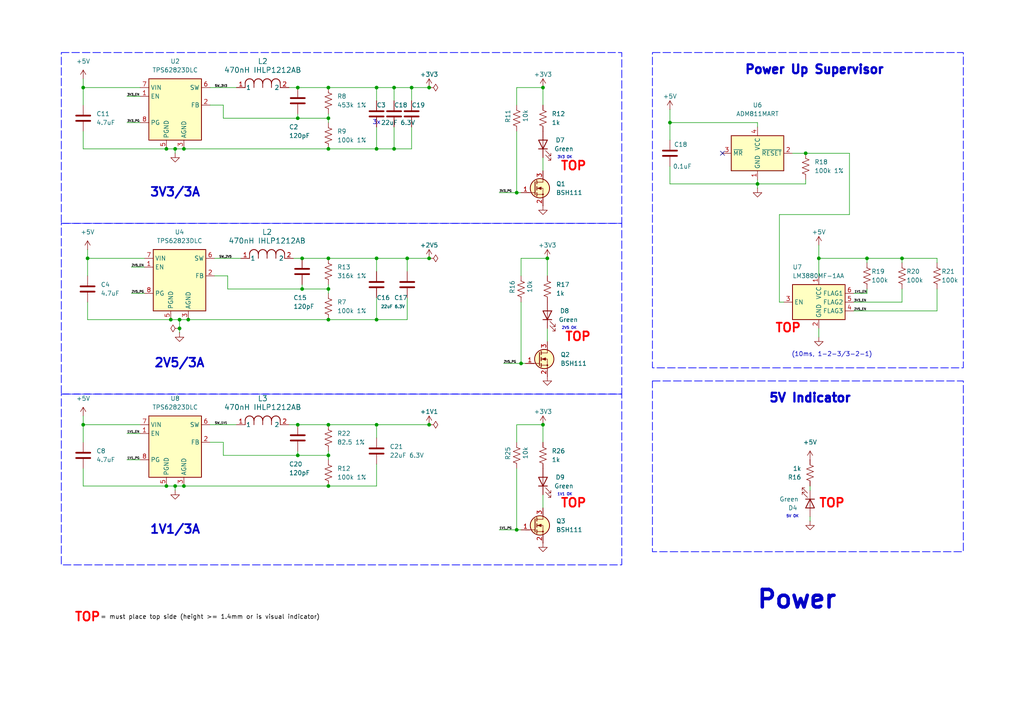
<source format=kicad_sch>
(kicad_sch (version 20231120) (generator "eeschema") (generator_version "8.0")
  (paper "A4")
  (junction (at 261.62 74.93))
  (junction (at 48.26 43.18))
  (junction (at 24.13 25.4))
  (junction (at 95.25 83.82))
  (junction (at 109.22 92.71))
  (junction (at 52.07 95.25))
  (junction (at 219.71 53.34))
  (junction (at 151.13 105.41))
  (junction (at 86.36 34.29))
  (junction (at 25.4 74.93))
  (junction (at 48.26 140.97))
  (junction (at 119.38 25.4))
  (junction (at 87.63 74.93))
  (junction (at 95.25 140.97))
  (junction (at 251.46 74.93))
  (junction (at 95.25 132.08))
  (junction (at 95.25 123.19))
  (junction (at 124.46 123.19))
  (junction (at 158.75 74.93))
  (junction (at 95.25 25.4))
  (junction (at 86.36 132.08))
  (junction (at 50.8 43.18))
  (junction (at 124.46 25.4))
  (junction (at 86.36 123.19))
  (junction (at 87.63 83.82))
  (junction (at 95.25 43.18))
  (junction (at 24.13 123.19))
  (junction (at 109.22 74.93))
  (junction (at 124.46 74.93))
  (junction (at 157.48 123.19))
  (junction (at 157.48 25.4))
  (junction (at 109.22 43.18))
  (junction (at 50.8 140.97))
  (junction (at 114.3 25.4))
  (junction (at 237.49 74.93))
  (junction (at 53.34 140.97))
  (junction (at 54.61 92.71))
  (junction (at 95.25 34.29))
  (junction (at 109.22 123.19))
  (junction (at 118.11 74.93))
  (junction (at 149.86 55.88))
  (junction (at 95.25 92.71))
  (junction (at 233.68 44.45))
  (junction (at 109.22 25.4))
  (junction (at 86.36 25.4))
  (junction (at 52.07 92.71))
  (junction (at 53.34 43.18))
  (junction (at 149.86 153.67))
  (junction (at 194.31 35.56))
  (junction (at 114.3 43.18))
  (junction (at 95.25 74.93))
  (junction (at 49.53 92.71))
  (no_connect (at 209.55 44.45))
  (wire (pts (xy 48.26 140.97) (xy 50.8 140.97)))
  (wire (pts (xy 50.8 140.97) (xy 53.34 140.97)))
  (wire (pts (xy 234.95 149.86) (xy 234.95 151.13)))
  (wire (pts (xy 24.13 43.18) (xy 48.26 43.18)))
  (wire (pts (xy 261.62 74.93) (xy 271.78 74.93)))
  (wire (pts (xy 149.86 25.4) (xy 157.48 25.4)))
  (wire (pts (xy 87.63 82.55) (xy 87.63 83.82)))
  (wire (pts (xy 149.86 135.89) (xy 149.86 153.67)))
  (wire (pts (xy 149.86 123.19) (xy 157.48 123.19)))
  (wire (pts (xy 194.31 53.34) (xy 219.71 53.34)))
  (wire (pts (xy 234.95 142.24) (xy 234.95 140.97)))
  (wire (pts (xy 226.06 87.63) (xy 227.33 87.63)))
  (wire (pts (xy 119.38 36.83) (xy 119.38 43.18)))
  (wire (pts (xy 246.38 62.23) (xy 226.06 62.23)))
  (wire (pts (xy 158.75 74.93) (xy 158.75 80.01)))
  (wire (pts (xy 24.13 43.18) (xy 24.13 38.1)))
  (wire (pts (xy 109.22 25.4) (xy 109.22 29.21)))
  (wire (pts (xy 151.13 105.41) (xy 152.4 105.41)))
  (wire (pts (xy 157.48 25.4) (xy 157.48 30.48)))
  (wire (pts (xy 24.13 123.19) (xy 24.13 128.27)))
  (wire (pts (xy 87.63 83.82) (xy 95.25 83.82)))
  (wire (pts (xy 60.96 128.27) (xy 64.77 128.27)))
  (wire (pts (xy 114.3 25.4) (xy 114.3 29.21)))
  (wire (pts (xy 60.96 30.48) (xy 64.77 30.48)))
  (wire (pts (xy 114.3 25.4) (xy 119.38 25.4)))
  (wire (pts (xy 219.71 53.34) (xy 219.71 52.07)))
  (wire (pts (xy 109.22 92.71) (xy 118.11 92.71)))
  (wire (pts (xy 24.13 22.86) (xy 24.13 25.4)))
  (wire (pts (xy 64.77 30.48) (xy 64.77 34.29)))
  (wire (pts (xy 64.77 132.08) (xy 86.36 132.08)))
  (wire (pts (xy 95.25 33.02) (xy 95.25 34.29)))
  (wire (pts (xy 54.61 92.71) (xy 95.25 92.71)))
  (wire (pts (xy 219.71 54.61) (xy 219.71 53.34)))
  (wire (pts (xy 64.77 34.29) (xy 86.36 34.29)))
  (wire (pts (xy 25.4 92.71) (xy 49.53 92.71)))
  (wire (pts (xy 251.46 74.93) (xy 251.46 76.2)))
  (wire (pts (xy 109.22 123.19) (xy 109.22 127)))
  (wire (pts (xy 95.25 140.97) (xy 109.22 140.97)))
  (wire (pts (xy 151.13 87.63) (xy 151.13 105.41)))
  (wire (pts (xy 271.78 74.93) (xy 271.78 76.2)))
  (wire (pts (xy 109.22 43.18) (xy 114.3 43.18)))
  (wire (pts (xy 86.36 25.4) (xy 95.25 25.4)))
  (wire (pts (xy 95.25 85.09) (xy 95.25 83.82)))
  (wire (pts (xy 151.13 74.93) (xy 151.13 80.01)))
  (wire (pts (xy 36.83 125.73) (xy 40.64 125.73)))
  (wire (pts (xy 109.22 86.36) (xy 109.22 92.71)))
  (wire (pts (xy 151.13 74.93) (xy 158.75 74.93)))
  (wire (pts (xy 25.4 74.93) (xy 41.91 74.93)))
  (wire (pts (xy 119.38 25.4) (xy 124.46 25.4)))
  (wire (pts (xy 68.58 25.4) (xy 60.96 25.4)))
  (wire (pts (xy 86.36 34.29) (xy 95.25 34.29)))
  (wire (pts (xy 62.23 80.01) (xy 66.04 80.01)))
  (wire (pts (xy 194.31 40.64) (xy 194.31 35.56)))
  (wire (pts (xy 52.07 95.25) (xy 52.07 92.71)))
  (wire (pts (xy 261.62 87.63) (xy 261.62 83.82)))
  (wire (pts (xy 157.48 123.19) (xy 157.48 128.27)))
  (wire (pts (xy 86.36 132.08) (xy 95.25 132.08)))
  (wire (pts (xy 48.26 43.18) (xy 50.8 43.18)))
  (wire (pts (xy 86.36 123.19) (xy 95.25 123.19)))
  (wire (pts (xy 146.05 105.41) (xy 151.13 105.41)))
  (wire (pts (xy 109.22 134.62) (xy 109.22 140.97)))
  (wire (pts (xy 36.83 27.94) (xy 40.64 27.94)))
  (wire (pts (xy 118.11 74.93) (xy 124.46 74.93)))
  (wire (pts (xy 24.13 120.65) (xy 24.13 123.19)))
  (wire (pts (xy 118.11 86.36) (xy 118.11 92.71)))
  (wire (pts (xy 86.36 33.02) (xy 86.36 34.29)))
  (wire (pts (xy 226.06 62.23) (xy 226.06 87.63)))
  (wire (pts (xy 109.22 25.4) (xy 114.3 25.4)))
  (wire (pts (xy 149.86 123.19) (xy 149.86 128.27)))
  (wire (pts (xy 144.78 55.88) (xy 149.86 55.88)))
  (wire (pts (xy 86.36 123.19) (xy 83.82 123.19)))
  (wire (pts (xy 66.04 80.01) (xy 66.04 83.82)))
  (wire (pts (xy 24.13 25.4) (xy 40.64 25.4)))
  (wire (pts (xy 25.4 92.71) (xy 25.4 87.63)))
  (wire (pts (xy 66.04 83.82) (xy 87.63 83.82)))
  (wire (pts (xy 50.8 142.24) (xy 50.8 140.97)))
  (wire (pts (xy 271.78 90.17) (xy 271.78 83.82)))
  (wire (pts (xy 219.71 35.56) (xy 219.71 36.83)))
  (wire (pts (xy 251.46 74.93) (xy 261.62 74.93)))
  (wire (pts (xy 233.68 44.45) (xy 246.38 44.45)))
  (wire (pts (xy 69.85 74.93) (xy 62.23 74.93)))
  (wire (pts (xy 38.1 85.09) (xy 41.91 85.09)))
  (wire (pts (xy 247.65 87.63) (xy 261.62 87.63)))
  (wire (pts (xy 53.34 140.97) (xy 95.25 140.97)))
  (wire (pts (xy 95.25 43.18) (xy 109.22 43.18)))
  (wire (pts (xy 219.71 53.34) (xy 233.68 53.34)))
  (wire (pts (xy 24.13 140.97) (xy 48.26 140.97)))
  (wire (pts (xy 157.48 147.32) (xy 157.48 143.51)))
  (wire (pts (xy 83.82 25.4) (xy 86.36 25.4)))
  (wire (pts (xy 95.25 25.4) (xy 109.22 25.4)))
  (wire (pts (xy 49.53 92.71) (xy 52.07 92.71)))
  (wire (pts (xy 114.3 36.83) (xy 114.3 43.18)))
  (wire (pts (xy 24.13 140.97) (xy 24.13 135.89)))
  (wire (pts (xy 50.8 44.45) (xy 50.8 43.18)))
  (wire (pts (xy 119.38 25.4) (xy 119.38 29.21)))
  (wire (pts (xy 109.22 123.19) (xy 124.46 123.19)))
  (wire (pts (xy 38.1 77.47) (xy 41.91 77.47)))
  (wire (pts (xy 233.68 53.34) (xy 233.68 52.07)))
  (wire (pts (xy 251.46 85.09) (xy 247.65 85.09)))
  (wire (pts (xy 36.83 35.56) (xy 40.64 35.56)))
  (wire (pts (xy 247.65 90.17) (xy 271.78 90.17)))
  (wire (pts (xy 95.25 35.56) (xy 95.25 34.29)))
  (wire (pts (xy 25.4 72.39) (xy 25.4 74.93)))
  (wire (pts (xy 95.25 130.81) (xy 95.25 132.08)))
  (wire (pts (xy 158.75 99.06) (xy 158.75 95.25)))
  (wire (pts (xy 95.25 92.71) (xy 109.22 92.71)))
  (wire (pts (xy 233.68 44.45) (xy 229.87 44.45)))
  (wire (pts (xy 194.31 48.26) (xy 194.31 53.34)))
  (wire (pts (xy 52.07 92.71) (xy 54.61 92.71)))
  (wire (pts (xy 149.86 153.67) (xy 151.13 153.67)))
  (wire (pts (xy 194.31 31.75) (xy 194.31 35.56)))
  (wire (pts (xy 95.25 74.93) (xy 109.22 74.93)))
  (wire (pts (xy 157.48 49.53) (xy 157.48 45.72)))
  (wire (pts (xy 149.86 38.1) (xy 149.86 55.88)))
  (wire (pts (xy 109.22 74.93) (xy 118.11 74.93)))
  (wire (pts (xy 237.49 71.12) (xy 237.49 74.93)))
  (wire (pts (xy 118.11 74.93) (xy 118.11 78.74)))
  (wire (pts (xy 53.34 43.18) (xy 95.25 43.18)))
  (wire (pts (xy 86.36 130.81) (xy 86.36 132.08)))
  (wire (pts (xy 64.77 128.27) (xy 64.77 132.08)))
  (wire (pts (xy 149.86 55.88) (xy 151.13 55.88)))
  (wire (pts (xy 95.25 133.35) (xy 95.25 132.08)))
  (wire (pts (xy 237.49 74.93) (xy 237.49 80.01)))
  (wire (pts (xy 52.07 96.52) (xy 52.07 95.25)))
  (wire (pts (xy 261.62 74.93) (xy 261.62 76.2)))
  (wire (pts (xy 68.58 123.19) (xy 60.96 123.19)))
  (wire (pts (xy 87.63 74.93) (xy 85.09 74.93)))
  (wire (pts (xy 50.8 43.18) (xy 53.34 43.18)))
  (wire (pts (xy 25.4 74.93) (xy 25.4 80.01)))
  (wire (pts (xy 36.83 133.35) (xy 40.64 133.35)))
  (wire (pts (xy 149.86 25.4) (xy 149.86 30.48)))
  (wire (pts (xy 246.38 44.45) (xy 246.38 62.23)))
  (wire (pts (xy 144.78 153.67) (xy 149.86 153.67)))
  (wire (pts (xy 251.46 83.82) (xy 251.46 85.09)))
  (wire (pts (xy 109.22 36.83) (xy 109.22 43.18)))
  (wire (pts (xy 95.25 82.55) (xy 95.25 83.82)))
  (wire (pts (xy 237.49 74.93) (xy 251.46 74.93)))
  (wire (pts (xy 114.3 43.18) (xy 119.38 43.18)))
  (wire (pts (xy 194.31 35.56) (xy 219.71 35.56)))
  (wire (pts (xy 95.25 123.19) (xy 109.22 123.19)))
  (wire (pts (xy 24.13 25.4) (xy 24.13 30.48)))
  (wire (pts (xy 237.49 97.79) (xy 237.49 95.25)))
  (wire (pts (xy 109.22 74.93) (xy 109.22 78.74)))
  (wire (pts (xy 24.13 123.19) (xy 40.64 123.19)))
  (wire (pts (xy 87.63 74.93) (xy 95.25 74.93)))
  (rectangle (start 189.23 15.24) (end 279.4 106.68) (stroke (width 0.2032) (type dash) (color 0 0 255 1)))
  (rectangle (start 17.78 114.3) (end 180.34 163.83) (stroke (width 0.2032) (type dash) (color 0 0 255 1)))
  (rectangle (start 189.23 110.49) (end 279.4 160.02) (stroke (width 0.2032) (type dash) (color 0 0 255 1)))
  (rectangle (start 17.78 64.77) (end 180.34 114.3) (stroke (width 0.2032) (type dash) (color 0 0 255 1)))
  (rectangle (start 17.78 15.24) (end 180.34 64.77) (stroke (width 0.2032) (type dash) (color 0 0 255 1)))
  (text "(10ms, 1-2-3/3-2-1)" (at 241.3 102.87 0) (effects (font (size 1.27 1.27))))
  (text "2V5/3A" (at 52.07 105.41 0) (effects (font (size 2.54 2.54) (bold yes))))
  (text "TOP" (at 241.3 146.05 0) (effects (font (size 2.54 2.54) (thickness 0.508) (bold yes))))
  (text "5V Indicator" (at 234.95 115.57 0) (effects (font (size 2.54 2.54) (thickness 0.762) (bold yes))))
  (text "3x" (at 109.22 35.56 0) (effects (font (size 1.27 1.27))))
  (text "TOP" (at 166.37 48.26 0) (effects (font (size 2.54 2.54) (thickness 0.508) (bold yes))))
  (text "3V3 OK" (at 163.83 45.72 0) (effects (font (size 0.762 0.762) (bold yes))))
  (text "TOP" (at 166.37 146.05 0) (effects (font (size 2.54 2.54) (thickness 0.508) (bold yes))))
  (text "5V OK" (at 229.87 149.86 0) (effects (font (size 0.762 0.762) (bold yes))))
  (text "3V3/3A" (at 50.8 55.88 0) (effects (font (size 2.54 2.54) (bold yes))))
  (text "Power" (at 231.14 173.99 0) (effects (font (size 5.08 5.08) (bold yes))))
  (text "TOP" (at 228.6 95.25 0) (effects (font (size 2.54 2.54) (thickness 0.508) (bold yes))))
  (text "TOP" (at 167.64 97.79 0) (effects (font (size 2.54 2.54) (thickness 0.508) (bold yes))))
  (text "Power Up Supervisor" (at 236.22 20.32 0) (effects (font (size 2.54 2.54) (thickness 0.762) (bold yes))))
  (text "2V5 OK" (at 165.1 95.25 0) (effects (font (size 0.762 0.762) (bold yes))))
  (text "= must place top side (height >= 1.4mm or is visual indicator)" (at 60.96 179.07 0) (effects (font (size 1.27 1.27))))
  (text "1V1 OK" (at 163.83 143.51 0) (effects (font (size 0.762 0.762) (bold yes))))
  (text "TOP" (at 25.4 179.07 0) (effects (font (size 2.54 2.54) (thickness 0.508) (bold yes))))
  (text "1V1/3A" (at 50.8 153.67 0) (effects (font (size 2.54 2.54) (bold yes))))
  (label "SW_3V3" (at 62.23 25.4 0) (effects (font (size 0.635 0.635))))
  (label "3V3_EN" (at 247.65 87.63 0) (effects (font (size 0.635 0.635))))
  (label "3V3_EN" (at 36.83 27.94 0) (effects (font (size 0.635 0.635))))
  (label "2V5_PG" (at 146.05 105.41 0) (effects (font (size 0.635 0.635))))
  (label "SW_2V5" (at 63.5 74.93 0) (effects (font (size 0.635 0.635))))
  (label "1V1_PG" (at 144.78 153.67 0) (effects (font (size 0.635 0.635))))
  (label "2V5_PG" (at 38.1 85.09 0) (effects (font (size 0.635 0.635))))
  (label "3V3_PG" (at 144.78 55.88 0) (effects (font (size 0.635 0.635))))
  (label "1V1_EN" (at 36.83 125.73 0) (effects (font (size 0.635 0.635))))
  (label "3V3_PG" (at 36.83 35.56 0) (effects (font (size 0.635 0.635))))
  (label "2V5_EN" (at 247.65 90.17 0) (effects (font (size 0.635 0.635))))
  (label "1V1_PG" (at 36.83 133.35 0) (effects (font (size 0.635 0.635))))
  (label "SW_1V1" (at 62.23 123.19 0) (effects (font (size 0.635 0.635))))
  (label "1V1_EN" (at 251.46 85.09 180) (effects (font (size 0.635 0.635))))
  (label "2V5_EN" (at 38.1 77.47 0) (effects (font (size 0.635 0.635))))
  (symbol (lib_id "Device:R_US") (at 233.68 48.26 0) (unit 1)
    (property "Reference" "R18" (at 236.22 46.9899 0) (effects (justify left)))
    (property "Value" "100k 1%" (at 236.22 49.5299 0) (effects (justify left)))
    (property "Footprint" "PCM_Resistor_SMD_AKL:R_0603_1608Metric_Pad0.98x0.95mm_HandSolder" (effects (hide yes)))
    (property "Datasheet" "https://www.yageo.com/upload/media/product/products/datasheet/rchip/PYu-RC_Group_51_RoHS_L_12.pdf" (effects (hide yes)))
    (property "Description" "RES 100K OHM 1% 1/10W 0603" (effects (hide yes)))
    (property "Mfgr" "YAGEO" (effects (hide yes)))
    (property "MPN" "RC0603FR-07100KL" (effects (hide yes)))
    (property "Digikey" "https://www.digikey.com/en/products/detail/yageo/RC0603FR-07100KL/726889" (effects (hide yes)))
    (instances (project "psu" (path "" (reference "R18") (unit 1))) (project "cm" (path "" (reference "R17") (unit 1))))
  )
  (symbol (lib_id "power:+5V") (at 194.31 31.75 0) (unit 1)
    (property "Reference" "#PWR03" (effects (hide yes)))
    (property "Value" "+5V" (at 194.31 27.94 0))
    (property "Description" "Power symbol creates a global label with name \"+5V\"" (effects (hide yes)))
  )
  (symbol (lib_id "PCM_Transistor_MOSFET_AKL:BSH111") (at 156.21 104.14 0) (unit 1)
    (property "Reference" "Q2" (at 162.56 102.8699 0) (effects (justify left)))
    (property "Value" "BSH111" (at 162.56 105.4099 0) (effects (justify left)))
    (property "Footprint" "PCM_Package_TO_SOT_SMD_AKL:SOT-23" (effects (hide yes)))
    (property "Datasheet" "https://assets.nexperia.com/documents/data-sheet/BSH111BK.pdf" (effects (hide yes)))
    (property "Description" "SOT-23 N-MOSFET enchancement mode transistor, 55V, 210mA, 302mW, Alternate KiCAD Library" (effects (hide yes)))
    (property "MPN" "BSH111BKR" (effects (hide yes)))
    (property "Mfgr" "Nexperia" (effects (hide yes)))
    (property "Digikey" "https://www.digikey.com/en/products/detail/nexperia-usa-inc/BSH111BKR/5423826" (effects (hide yes)))
  )
  (symbol (lib_id "power:GND") (at 52.07 96.52 0) (unit 1)
    (property "Reference" "#PWR024" (effects (hide yes)))
    (property "Value" "GND" (effects (hide yes)))
    (property "Description" "Power symbol creates a global label with name \"GND\" , ground" (effects (hide yes)))
  )
  (symbol (lib_id "Device:C") (at 24.13 34.29 0) (unit 1)
    (property "Reference" "C11" (at 27.94 33.0199 0) (effects (justify left)))
    (property "Value" "4.7uF" (at 27.94 35.5599 0) (effects (justify left)))
    (property "Footprint" "C1608X6S1C475K080AC:CAP_1608_TDK-L" (effects (hide yes)))
    (property "Datasheet" "https://product.tdk.com/system/files/dam/doc/product/capacitor/ceramic/mlcc/catalog/mlcc_commercial_general_en.pdf" (effects (hide yes)))
    (property "Description" "CAP CER 4.7UF 16V X6S 0603" (effects (hide yes)))
    (property "Digikey" "https://www.digikey.com/en/products/detail/tdk-corporation/C1608X6S1C475K080AC/3661574" (effects (hide yes)))
    (property "MPN" "C1608X6S1C475K080AC" (effects (hide yes)))
    (property "Mfgr" "TDK Corporation" (effects (hide yes)))
    (instances (project "psu" (path "" (reference "C11") (unit 1))) (project "cm" (path "" (reference "C1") (unit 1))))
  )
  (symbol (lib_id "power:GND") (at 158.75 109.22 0) (unit 1)
    (property "Reference" "#PWR026" (effects (hide yes)))
    (property "Value" "GND" (effects (hide yes)))
    (property "Description" "Power symbol creates a global label with name \"GND\" , ground" (effects (hide yes)))
  )
  (symbol (lib_id "power:+3V3") (at 124.46 25.4 0) (unit 1)
    (property "Reference" "#PWR017" (effects (hide yes)))
    (property "Value" "+3V3" (at 124.46 21.59 0))
    (property "Description" "Power symbol creates a global label with name \"+3V3\"" (effects (hide yes)))
  )
  (symbol (lib_id "power:+3V3") (at 157.48 123.19 0) (unit 1)
    (property "Reference" "#PWR038" (effects (hide yes)))
    (property "Value" "+3V3" (at 157.48 119.38 0))
    (property "Description" "Power symbol creates a global label with name \"+3V3\"" (effects (hide yes)))
  )
  (symbol (lib_id "Device:R_US") (at 95.25 88.9 0) (unit 1)
    (property "Reference" "R7" (at 97.79 87.6299 0) (effects (justify left)))
    (property "Value" "100k 1%" (at 97.79 90.1699 0) (effects (justify left)))
    (property "Footprint" "PCM_Resistor_SMD_AKL:R_0603_1608Metric_Pad1.05x0.95mm_HandSolder" (effects (hide yes)))
    (property "Datasheet" "https://www.yageo.com/upload/media/product/products/datasheet/rchip/PYu-RC_Group_51_RoHS_L_12.pdf" (effects (hide yes)))
    (property "Description" "RES 100K OHM 1% 1/10W 0603" (effects (hide yes)))
    (property "Digikey" "https://www.digikey.com/en/products/detail/yageo/RC0603FR-07100KL/726889" (effects (hide yes)))
    (property "MPN" "RC0603FR-07100KL" (effects (hide yes)))
    (property "Mfgr" "YAGEO" (effects (hide yes)))
  )
  (symbol (lib_id "IHLP1212AEERR47M11:IHLP1212AEERR47M11") (at 83.82 25.4 0) (mirror y) (unit 1)
    (property "Reference" "L2" (at 76.2 17.78 0) (effects (font (size 1.524 1.524))))
    (property "Value" "470nH IHLP1212AB" (at 76.2 20.32 0) (effects (font (size 1.524 1.524))))
    (property "Footprint" "IHLP1212ABERR47M11:IND_IHLP-1212AB_VIS-L" (effects (hide yes)))
    (property "Datasheet" "https://www.vishay.com/docs/34299/lp12ab11.pdf" (effects (hide yes)))
    (property "Description" "FIXED IND 470NH 6.4A 19.5MOHM SMD" (effects (hide yes)))
    (property "Digikey" "https://www.digikey.com/en/products/detail/vishay-dale/IHLP1212ABERR47M11/2533920" (effects (hide yes)))
    (property "Mfgr" "Vishay Dale" (effects (hide yes)))
    (property "MPN" "IHLP1212ABERR47M11" (effects (hide yes)))
    (instances (project "psu" (path "" (reference "L2") (unit 1))) (project "cm" (path "" (reference "L1") (unit 1))))
  )
  (symbol (lib_id "power:GND") (at 219.71 54.61 0) (unit 1)
    (property "Reference" "#PWR032" (effects (hide yes)))
    (property "Value" "GND" (effects (hide yes)))
    (property "Description" "Power symbol creates a global label with name \"GND\" , ground" (effects (hide yes)))
  )
  (symbol (lib_id "Device:C") (at 114.3 33.02 0) (unit 1)
    (property "Reference" "C18" (at 114.3 30.48 0) (effects (justify left)))
    (property "Value" "22uF 6.3V" (effects (hide yes)))
    (property "Footprint" "GRM188R60J226MEA0D:G-188_MUR-L" (effects (hide yes)))
    (property "Datasheet" "https://search.murata.co.jp/Ceramy/image/img/A01X/G101/ENG/GRM188R60J226MEA0-01.pdf" (effects (hide yes)))
    (property "Description" "CAP CER 22UF 6.3V X5R 0603" (effects (hide yes)))
    (property "Digikey" "https://www.digikey.com/en/products/detail/murata-electronics/GRM188R60J226MEA0D/4280542" (effects (hide yes)))
    (property "MPN" "GRM188R60J226MEA0D" (effects (hide yes)))
    (property "Mfgr" "Murata Electronics" (effects (hide yes)))
  )
  (symbol (lib_id "Device:C") (at 87.63 78.74 0) (unit 1)
    (property "Reference" "C15" (at 85.09 86.36 0) (effects (justify left)))
    (property "Value" "120pF" (at 85.09 88.9 0) (effects (justify left)))
    (property "Footprint" "GRM1885C1H121JA01D:G-188_MUR-L" (effects (hide yes)))
    (property "Datasheet" "https://search.murata.co.jp/Ceramy/image/img/A01X/G101/ENG/GRM1885C1H121JA01-01.pdf" (effects (hide yes)))
    (property "Description" "CAP CER 120PF 50V C0G/NP0 0603" (effects (hide yes)))
    (property "Digikey" "https://www.digikey.com/en/products/detail/murata-electronics/GRM1885C1H121JA01D/586936" (effects (hide yes)))
    (property "MPN" "GRM1885C1H121JA01D" (effects (hide yes)))
    (property "Mfgr" "Murata" (effects (hide yes)))
    (instances (project "psu" (path "" (reference "C15") (unit 1))) (project "cm" (path "" (reference "C5") (unit 1))))
  )
  (symbol (lib_id "PCM_Transistor_MOSFET_AKL:BSH111") (at 154.94 152.4 0) (unit 1)
    (property "Reference" "Q3" (at 161.29 151.1299 0) (effects (justify left)))
    (property "Value" "BSH111" (at 161.29 153.6699 0) (effects (justify left)))
    (property "Footprint" "PCM_Package_TO_SOT_SMD_AKL:SOT-23" (effects (hide yes)))
    (property "Datasheet" "https://assets.nexperia.com/documents/data-sheet/BSH111BK.pdf" (effects (hide yes)))
    (property "Description" "SOT-23 N-MOSFET enchancement mode transistor, 55V, 210mA, 302mW, Alternate KiCAD Library" (effects (hide yes)))
    (property "MPN" "BSH111BKR" (effects (hide yes)))
    (property "Mfgr" "Nexperia" (effects (hide yes)))
    (property "Digikey" "https://www.digikey.com/en/products/detail/nexperia-usa-inc/BSH111BKR/5423826" (effects (hide yes)))
  )
  (symbol (lib_id "Power_Supervisor:MAX811MEUS-T") (at 219.71 44.45 0) (unit 1)
    (property "Reference" "U6" (at 219.71 30.48 0))
    (property "Value" "ADM811MART" (at 219.71 33.02 0))
    (property "Footprint" "Package_TO_SOT_SMD:SOT-143" (effects (hide yes)))
    (property "Datasheet" "https://www.analog.com/media/en/technical-documentation/data-sheets/ADM811_812.pdf" (effects (hide yes)))
    (property "Description" "Power supply supervisor, Manual reset, Threshold 4.38V, SOT-143" (effects (hide yes)))
    (property "MPN" "ADM811MARTZ-REEL7" (effects (hide yes)))
    (property "Mfgr" "Analog Devices" (effects (hide yes)))
    (property "Digikey" "https://www.digikey.com/en/products/detail/analog-devices-inc/ADM811MARTZ-REEL7/995012" (effects (hide yes)))
    (instances (project "psu" (path "" (reference "U6") (unit 1))) (project "cm" (path "" (reference "U7") (unit 1))))
  )
  (symbol (lib_id "Device:R_US") (at 95.25 137.16 0) (unit 1)
    (property "Reference" "R12" (at 97.79 135.8899 0) (effects (justify left)))
    (property "Value" "100k 1%" (at 97.79 138.4299 0) (effects (justify left)))
    (property "Footprint" "PCM_Resistor_SMD_AKL:R_0603_1608Metric_Pad1.05x0.95mm_HandSolder" (effects (hide yes)))
    (property "Datasheet" "https://www.yageo.com/upload/media/product/products/datasheet/rchip/PYu-RC_Group_51_RoHS_L_12.pdf" (effects (hide yes)))
    (property "Description" "RES 100K OHM 1% 1/10W 0603" (effects (hide yes)))
    (property "Digikey" "https://www.digikey.com/en/products/detail/yageo/RC0603FR-07100KL/726889" (effects (hide yes)))
    (property "MPN" "RC0603FR-07100KL" (effects (hide yes)))
    (property "Mfgr" "YAGEO" (effects (hide yes)))
  )
  (symbol (lib_id "power:+3V3") (at 158.75 74.93 0) (unit 1)
    (property "Reference" "#PWR025" (effects (hide yes)))
    (property "Value" "+3V3" (at 158.75 71.12 0))
    (property "Description" "Power symbol creates a global label with name \"+3V3\"" (effects (hide yes)))
  )
  (symbol (lib_id "power:+5V") (at 234.95 133.35 0) (unit 1)
    (property "Reference" "#PWR01" (effects (hide yes)))
    (property "Value" "+5V" (at 234.95 128.27 0))
    (property "Description" "Power symbol creates a global label with name \"+5V\"" (effects (hide yes)))
  )
  (symbol (lib_id "Regulator_Switching:TPS62823DLC") (at 52.07 82.55 0) (unit 1)
    (property "Reference" "U4" (at 52.07 67.31 0))
    (property "Value" "TPS62823DLC" (at 52.07 69.85 0))
    (property "Footprint" "Package_SON:Texas_VSON-HR-8_1.5x2mm_P0.5mm" (effects (hide yes)))
    (property "Datasheet" "http://www.ti.com/lit/ds/symlink/tps62823.pdf" (effects (hide yes)))
    (property "Description" "3A Step-Down Converter with DCS-Control, adjustable output, 2.4-5.5V input voltage, QFN-8" (effects (hide yes)))
    (property "Digikey" "https://www.digikey.com/en/products/detail/texas-instruments/TPS62823DLCR/9593382" (effects (hide yes)))
    (property "Mfgr" "Texas Instruments" (effects (hide yes)))
    (property "MPN" "TPS62823DLCR" (effects (hide yes)))
    (instances (project "psu" (path "" (reference "U4") (unit 1))) (project "cm" (path "" (reference "U3") (unit 1))))
  )
  (symbol (lib_id "Device:R_US") (at 158.75 83.82 180) (unit 1)
    (property "Reference" "R17" (at 161.29 82.5499 0) (effects (justify right)))
    (property "Value" "1k" (at 161.29 85.0899 0) (effects (justify right)))
    (property "Footprint" "PCM_Resistor_SMD_AKL:R_0603_1608Metric_Pad1.05x0.95mm_HandSolder" (effects (hide yes)))
    (property "Datasheet" "https://www.yageo.com/upload/media/product/products/datasheet/rchip/PYu-RC_Group_51_RoHS_L_12.pdf" (effects (hide yes)))
    (property "Description" "Resistor, US symbol" (effects (hide yes)))
    (property "Digikey" "https://www.digikey.com/en/products/detail/yageo/RC0603FR-071KL/726843" (effects (hide yes)))
    (property "Mfgr" "YAGEO" (effects (hide yes)))
    (property "MPN" "RC0603FR-071KL" (effects (hide yes)))
    (instances (project "psu" (path "" (reference "R17") (unit 1))) (project "cm" (path "" (reference "R10") (unit 1))))
  )
  (symbol (lib_id "Regulator_Switching:TPS62823DLC") (at 50.8 130.81 0) (unit 1)
    (property "Reference" "U8" (at 50.8 115.57 0))
    (property "Value" "TPS62823DLC" (at 50.8 118.11 0))
    (property "Footprint" "Package_SON:Texas_VSON-HR-8_1.5x2mm_P0.5mm" (effects (hide yes)))
    (property "Datasheet" "http://www.ti.com/lit/ds/symlink/tps62823.pdf" (effects (hide yes)))
    (property "Description" "3A Step-Down Converter with DCS-Control, adjustable output, 2.4-5.5V input voltage, QFN-8" (effects (hide yes)))
    (property "Digikey" "https://www.digikey.com/en/products/detail/texas-instruments/TPS62823DLCR/9593382" (effects (hide yes)))
    (property "Mfgr" "Texas Instruments" (effects (hide yes)))
    (property "MPN" "TPS62823DLCR" (effects (hide yes)))
    (instances (project "psu" (path "" (reference "U8") (unit 1))) (project "cm" (path "" (reference "U5") (unit 1))))
  )
  (symbol (lib_id "PCM_4ms_Power-symbol:PWR_FLAG") (at 124.46 25.4 270) (unit 1)
    (property "Reference" "#FLG07" (effects (hide yes)))
    (property "Value" "PWR_FLAG" (effects (hide yes)))
  )
  (symbol (lib_id "PCM_Transistor_MOSFET_AKL:BSH111") (at 154.94 54.61 0) (unit 1)
    (property "Reference" "Q1" (at 161.29 53.3399 0) (effects (justify left)))
    (property "Value" "BSH111" (at 161.29 55.8799 0) (effects (justify left)))
    (property "Footprint" "PCM_Package_TO_SOT_SMD_AKL:SOT-23" (effects (hide yes)))
    (property "Datasheet" "https://assets.nexperia.com/documents/data-sheet/BSH111BK.pdf" (effects (hide yes)))
    (property "Description" "SOT-23 N-MOSFET enchancement mode transistor, 55V, 210mA, 302mW, Alternate KiCAD Library" (effects (hide yes)))
    (property "MPN" "BSH111BKR" (effects (hide yes)))
    (property "Mfgr" "Nexperia" (effects (hide yes)))
    (property "Digikey" "https://www.digikey.com/en/products/detail/nexperia-usa-inc/BSH111BKR/5423826" (effects (hide yes)))
  )
  (symbol (lib_id "Device:C") (at 109.22 33.02 0) (unit 1)
    (property "Reference" "C3" (at 109.22 30.48 0) (effects (justify left)))
    (property "Value" "22uF 6.3V" (at 110.49 35.56 0) (effects (justify left)))
    (property "Footprint" "GRM188R60J226MEA0D:G-188_MUR-L" (effects (hide yes)))
    (property "Datasheet" "https://search.murata.co.jp/Ceramy/image/img/A01X/G101/ENG/GRM188R60J226MEA0-01.pdf" (effects (hide yes)))
    (property "Description" "CAP CER 22UF 6.3V X5R 0603" (effects (hide yes)))
    (property "Digikey" "https://www.digikey.com/en/products/detail/murata-electronics/GRM188R60J226MEA0D/4280542" (effects (hide yes)))
    (property "MPN" "GRM188R60J226MEA0D" (effects (hide yes)))
    (property "Mfgr" "Murata Electronics" (effects (hide yes)))
  )
  (symbol (lib_id "IHLP1212AEERR47M11:IHLP1212AEERR47M11") (at 83.82 123.19 0) (mirror y) (unit 1)
    (property "Reference" "L3" (at 76.2 115.57 0) (effects (font (size 1.524 1.524))))
    (property "Value" "470nH IHLP1212AB" (at 76.2 118.11 0) (effects (font (size 1.524 1.524))))
    (property "Footprint" "IHLP1212ABERR47M11:IND_IHLP-1212AB_VIS-L" (effects (hide yes)))
    (property "Datasheet" "https://www.vishay.com/docs/34299/lp12ab11.pdf" (effects (hide yes)))
    (property "Description" "FIXED IND 470NH 6.4A 19.5MOHM SMD" (effects (hide yes)))
    (property "Digikey" "https://www.digikey.com/en/products/detail/vishay-dale/IHLP1212ABERR47M11/2533920" (effects (hide yes)))
    (property "Mfgr" "Vishay Dale" (effects (hide yes)))
    (property "MPN" "IHLP1212ABERR47M11" (effects (hide yes)))
  )
  (symbol (lib_id "Device:R_US") (at 151.13 83.82 180) (unit 1)
    (property "Reference" "R16" (at 148.59 81.28 90) (effects (justify left)))
    (property "Value" "10k" (at 153.67 81.28 90) (effects (justify left)))
    (property "Footprint" "PCM_Resistor_SMD_AKL:R_0603_1608Metric_Pad1.05x0.95mm_HandSolder" (effects (hide yes)))
    (property "Datasheet" "https://www.yageo.com/upload/media/product/products/datasheet/rchip/PYu-RC_Group_51_RoHS_L_12.pdf" (effects (hide yes)))
    (property "Description" "Resistor, US symbol" (effects (hide yes)))
    (property "Digikey" "https://www.digikey.com/en/products/detail/yageo/RC0603FR-0710KL/726880" (effects (hide yes)))
    (property "Mfgr" "YAGEO" (effects (hide yes)))
    (property "MPN" "RC0603FR-0710KL" (effects (hide yes)))
    (instances (project "psu" (path "" (reference "R16") (unit 1))) (project "cm" (path "" (reference "R9") (unit 1))))
  )
  (symbol (lib_id "Device:R_US") (at 157.48 132.08 180) (unit 1)
    (property "Reference" "R26" (at 160.02 130.8099 0) (effects (justify right)))
    (property "Value" "1k" (at 160.02 133.3499 0) (effects (justify right)))
    (property "Footprint" "PCM_Resistor_SMD_AKL:R_0603_1608Metric_Pad1.05x0.95mm_HandSolder" (effects (hide yes)))
    (property "Datasheet" "https://www.yageo.com/upload/media/product/products/datasheet/rchip/PYu-RC_Group_51_RoHS_L_12.pdf" (effects (hide yes)))
    (property "Description" "Resistor, US symbol" (effects (hide yes)))
    (property "Digikey" "https://www.digikey.com/en/products/detail/yageo/RC0603FR-071KL/726843" (effects (hide yes)))
    (property "Mfgr" "YAGEO" (effects (hide yes)))
    (property "MPN" "RC0603FR-071KL" (effects (hide yes)))
    (instances (project "psu" (path "" (reference "R26") (unit 1))) (project "cm" (path "" (reference "R15") (unit 1))))
  )
  (symbol (lib_id "power:+5V") (at 24.13 22.86 0) (unit 1)
    (property "Reference" "#PWR014" (effects (hide yes)))
    (property "Value" "+5V" (at 24.13 17.78 0))
    (property "Description" "Power symbol creates a global label with name \"+5V\"" (effects (hide yes)))
  )
  (symbol (lib_id "Device:LED") (at 158.75 91.44 90) (unit 1)
    (property "Reference" "D8" (at 165.1 90.17 90) (effects (justify left)))
    (property "Value" "Green" (at 167.64 92.71 90) (effects (justify left)))
    (property "Footprint" "LED_SMD:LED_0603_1608Metric_Pad1.05x0.95mm_HandSolder" (effects (hide yes)))
    (property "Datasheet" "https://www.we-online.com/catalog/datasheet/150060VS75000.pdf" (effects (hide yes)))
    (property "Description" "Light emitting diode" (effects (hide yes)))
    (property "Digikey" "https://www.digikey.com/en/products/detail/w%C3%BCrth-elektronik/150060VS75000/4489906" (effects (hide yes)))
    (property "Mfgr" "Wurth" (effects (hide yes)))
    (property "MPN" "150060VS75000" (effects (hide yes)))
    (instances (project "psu" (path "" (reference "D8") (unit 1))) (project "cm" (path "" (reference "D2") (unit 1))))
  )
  (symbol (lib_id "Device:R_US") (at 149.86 34.29 180) (unit 1)
    (property "Reference" "R11" (at 147.32 31.75 90) (effects (justify left)))
    (property "Value" "10k" (at 152.4 31.75 90) (effects (justify left)))
    (property "Footprint" "PCM_Resistor_SMD_AKL:R_0603_1608Metric_Pad1.05x0.95mm_HandSolder" (effects (hide yes)))
    (property "Datasheet" "https://www.yageo.com/upload/media/product/products/datasheet/rchip/PYu-RC_Group_51_RoHS_L_12.pdf" (effects (hide yes)))
    (property "Description" "Resistor, US symbol" (effects (hide yes)))
    (property "Digikey" "https://www.digikey.com/en/products/detail/yageo/RC0603FR-0710KL/726880" (effects (hide yes)))
    (property "Mfgr" "YAGEO" (effects (hide yes)))
    (property "MPN" "RC0603FR-0710KL" (effects (hide yes)))
    (instances (project "psu" (path "" (reference "R11") (unit 1))) (project "cm" (path "" (reference "R4") (unit 1))))
  )
  (symbol (lib_id "power:+5V") (at 25.4 72.39 0) (unit 1)
    (property "Reference" "#PWR023" (effects (hide yes)))
    (property "Value" "+5V" (at 25.4 67.31 0))
    (property "Description" "Power symbol creates a global label with name \"+5V\"" (effects (hide yes)))
  )
  (symbol (lib_id "PCM_4ms_Power-symbol:PWR_FLAG") (at 124.46 74.93 270) (unit 1)
    (property "Reference" "#FLG09" (effects (hide yes)))
    (property "Value" "PWR_FLAG" (effects (hide yes)))
  )
  (symbol (lib_id "power:+5V") (at 237.49 71.12 0) (unit 1)
    (property "Reference" "#PWR033" (effects (hide yes)))
    (property "Value" "+5V" (at 237.49 67.31 0))
    (property "Description" "Power symbol creates a global label with name \"+5V\"" (effects (hide yes)))
  )
  (symbol (lib_id "Device:R_US") (at 149.86 132.08 180) (unit 1)
    (property "Reference" "R25" (at 147.32 129.54 90) (effects (justify left)))
    (property "Value" "10k" (at 152.4 129.54 90) (effects (justify left)))
    (property "Footprint" "PCM_Resistor_SMD_AKL:R_0603_1608Metric_Pad1.05x0.95mm_HandSolder" (effects (hide yes)))
    (property "Datasheet" "https://www.yageo.com/upload/media/product/products/datasheet/rchip/PYu-RC_Group_51_RoHS_L_12.pdf" (effects (hide yes)))
    (property "Description" "Resistor, US symbol" (effects (hide yes)))
    (property "Digikey" "https://www.digikey.com/en/products/detail/yageo/RC0603FR-0710KL/726880" (effects (hide yes)))
    (property "Mfgr" "YAGEO" (effects (hide yes)))
    (property "MPN" "RC0603FR-0710KL" (effects (hide yes)))
    (instances (project "psu" (path "" (reference "R25") (unit 1))) (project "cm" (path "" (reference "R14") (unit 1))))
  )
  (symbol (lib_id "Device:C") (at 118.11 82.55 0) (unit 1)
    (property "Reference" "C17" (at 114.3 86.36 0) (effects (justify left)))
    (property "Value" "22uF 6.3V" (effects (hide yes)))
    (property "Footprint" "GRM188R60J226MEA0D:G-188_MUR-L" (effects (hide yes)))
    (property "Datasheet" "https://search.murata.co.jp/Ceramy/image/img/A01X/G101/ENG/GRM188R60J226MEA0-01.pdf" (effects (hide yes)))
    (property "Description" "CAP CER 22UF 6.3V X5R 0603" (effects (hide yes)))
    (property "Digikey" "https://www.digikey.com/en/products/detail/murata-electronics/GRM188R60J226MEA0D/4280542" (effects (hide yes)))
    (property "MPN" "GRM188R60J226MEA0D" (effects (hide yes)))
    (property "Mfgr" "Murata Electronics" (effects (hide yes)))
    (instances (project "psu" (path "" (reference "C17") (unit 1))) (project "cm" (path "" (reference "C7") (unit 1))))
  )
  (symbol (lib_id "Device:R_US") (at 234.95 137.16 0) (unit 1)
    (property "Reference" "R16" (at 232.41 138.4301 0) (effects (justify right)))
    (property "Value" "1k" (at 232.41 135.8901 0) (effects (justify right)))
    (property "Footprint" "PCM_Resistor_SMD_AKL:R_0603_1608Metric_Pad1.05x0.95mm_HandSolder" (effects (hide yes)))
    (property "Datasheet" "https://www.yageo.com/upload/media/product/products/datasheet/rchip/PYu-RC_Group_51_RoHS_L_12.pdf" (effects (hide yes)))
    (property "Description" "Resistor, US symbol" (effects (hide yes)))
    (property "Digikey" "https://www.digikey.com/en/products/detail/yageo/RC0603FR-071KL/726843" (effects (hide yes)))
    (property "Mfgr" "YAGEO" (effects (hide yes)))
    (property "MPN" "RC0603FR-071KL" (effects (hide yes)))
  )
  (symbol (lib_id "power:GND") (at 50.8 142.24 0) (unit 1)
    (property "Reference" "#PWR036" (effects (hide yes)))
    (property "Value" "GND" (effects (hide yes)))
    (property "Description" "Power symbol creates a global label with name \"GND\" , ground" (effects (hide yes)))
  )
  (symbol (lib_id "IHLP1212AEERR47M11:IHLP1212AEERR47M11") (at 85.09 74.93 0) (mirror y) (unit 1)
    (property "Reference" "L2" (at 77.47 67.31 0) (effects (font (size 1.524 1.524))))
    (property "Value" "470nH IHLP1212AB" (at 77.47 69.85 0) (effects (font (size 1.524 1.524))))
    (property "Footprint" "IHLP1212ABERR47M11:IND_IHLP-1212AB_VIS-L" (effects (hide yes)))
    (property "Datasheet" "https://www.vishay.com/docs/34299/lp12ab11.pdf" (effects (hide yes)))
    (property "Description" "FIXED IND 470NH 6.4A 19.5MOHM SMD" (effects (hide yes)))
    (property "Digikey" "https://www.digikey.com/en/products/detail/vishay-dale/IHLP1212ABERR47M11/2533920" (effects (hide yes)))
    (property "Mfgr" "Vishay Dale" (effects (hide yes)))
    (property "MPN" "IHLP1212ABERR47M11" (effects (hide yes)))
  )
  (symbol (lib_id "PCM_4ms_Power-symbol:PWR_FLAG") (at 124.46 123.19 270) (unit 1)
    (property "Reference" "#FLG010" (effects (hide yes)))
    (property "Value" "PWR_FLAG" (effects (hide yes)))
  )
  (symbol (lib_id "Device:R_US") (at 95.25 78.74 0) (unit 1)
    (property "Reference" "R13" (at 97.79 77.4699 0) (effects (justify left)))
    (property "Value" "316k 1%" (at 97.79 80.0099 0) (effects (justify left)))
    (property "Footprint" "PCM_Resistor_SMD_AKL:R_0603_1608Metric_Pad1.05x0.95mm_HandSolder" (effects (hide yes)))
    (property "Datasheet" "https://www.yageo.com/upload/media/product/products/datasheet/rchip/PYu-RC_Group_51_RoHS_L_12.pdf" (effects (hide yes)))
    (property "Description" "RES 316K OHM 1% 1/10W 0603" (effects (hide yes)))
    (property "Digikey" "https://www.digikey.com/en/products/detail/yageo/rc0603fr-07316kl/727153" (effects (hide yes)))
    (property "MPN" "RC0603FR-07316KL" (effects (hide yes)))
    (property "Mfgr" "YAGEO" (effects (hide yes)))
    (instances (project "psu" (path "" (reference "R13") (unit 1))) (project "cm" (path "" (reference "R6") (unit 1))))
  )
  (symbol (lib_id "power:+3V3") (at 157.48 25.4 0) (unit 1)
    (property "Reference" "#PWR028" (effects (hide yes)))
    (property "Value" "+3V3" (at 157.48 21.59 0))
    (property "Description" "Power symbol creates a global label with name \"+3V3\"" (effects (hide yes)))
  )
  (symbol (lib_id "Device:R_US") (at 95.25 127 0) (unit 1)
    (property "Reference" "R22" (at 97.79 125.7299 0) (effects (justify left)))
    (property "Value" "82.5 1%" (at 97.79 128.2699 0) (effects (justify left)))
    (property "Footprint" "PCM_Resistor_SMD_AKL:R_0603_1608Metric_Pad1.05x0.95mm_HandSolder" (effects (hide yes)))
    (property "Datasheet" "https://www.yageo.com/upload/media/product/products/datasheet/rchip/PYu-RC_Group_51_RoHS_L_12.pdf" (effects (hide yes)))
    (property "Description" "RES 82.5K OHM 1% 1/10W 0603" (effects (hide yes)))
    (property "Digikey" "https://www.digikey.com/en/products/detail/yageo/rc0603fr-0782k5l/727402" (effects (hide yes)))
    (property "MPN" "RC0603FR-0782K5L" (effects (hide yes)))
    (property "Mfgr" "YAGEO" (effects (hide yes)))
    (instances (project "psu" (path "" (reference "R22") (unit 1))) (project "cm" (path "" (reference "R11") (unit 1))))
  )
  (symbol (lib_id "power:+1V1") (at 124.46 123.19 0) (unit 1)
    (property "Reference" "#PWR037" (effects (hide yes)))
    (property "Value" "+1V1" (at 124.46 119.38 0))
    (property "Description" "Power symbol creates a global label with name \"+1V1\"" (effects (hide yes)))
  )
  (symbol (lib_id "Device:R_US") (at 157.48 34.29 180) (unit 1)
    (property "Reference" "R12" (at 160.02 33.0199 0) (effects (justify right)))
    (property "Value" "1k" (at 160.02 35.5599 0) (effects (justify right)))
    (property "Footprint" "PCM_Resistor_SMD_AKL:R_0603_1608Metric_Pad1.05x0.95mm_HandSolder" (effects (hide yes)))
    (property "Datasheet" "https://www.yageo.com/upload/media/product/products/datasheet/rchip/PYu-RC_Group_51_RoHS_L_12.pdf" (effects (hide yes)))
    (property "Description" "Resistor, US symbol" (effects (hide yes)))
    (property "Digikey" "https://www.digikey.com/en/products/detail/yageo/RC0603FR-071KL/726843" (effects (hide yes)))
    (property "Mfgr" "YAGEO" (effects (hide yes)))
    (property "MPN" "RC0603FR-071KL" (effects (hide yes)))
    (instances (project "psu" (path "" (reference "R12") (unit 1))) (project "cm" (path "" (reference "R5") (unit 1))))
  )
  (symbol (lib_id "Device:C") (at 86.36 127 0) (unit 1)
    (property "Reference" "C20" (at 83.82 134.62 0) (effects (justify left)))
    (property "Value" "120pF" (at 83.82 137.16 0) (effects (justify left)))
    (property "Footprint" "GRM1885C1H121JA01D:G-188_MUR-L" (effects (hide yes)))
    (property "Datasheet" "https://search.murata.co.jp/Ceramy/image/img/A01X/G101/ENG/GRM1885C1H121JA01-01.pdf" (effects (hide yes)))
    (property "Description" "CAP CER 120PF 50V C0G/NP0 0603" (effects (hide yes)))
    (property "Digikey" "https://www.digikey.com/en/products/detail/murata-electronics/GRM1885C1H121JA01D/586936" (effects (hide yes)))
    (property "MPN" "GRM1885C1H121JA01D" (effects (hide yes)))
    (property "Mfgr" "Murata" (effects (hide yes)))
    (instances (project "psu" (path "" (reference "C20") (unit 1))) (project "cm" (path "" (reference "C9") (unit 1))))
  )
  (symbol (lib_id "power:GND") (at 50.8 44.45 0) (unit 1)
    (property "Reference" "#PWR08" (effects (hide yes)))
    (property "Value" "GND" (effects (hide yes)))
    (property "Description" "Power symbol creates a global label with name \"GND\" , ground" (effects (hide yes)))
  )
  (symbol (lib_id "power:GND") (at 234.95 151.13 0) (unit 1)
    (property "Reference" "#PWR02" (effects (hide yes)))
    (property "Value" "GND" (effects (hide yes)))
    (property "Description" "Power symbol creates a global label with name \"GND\" , ground" (effects (hide yes)))
  )
  (symbol (lib_id "power:GND") (at 157.48 59.69 0) (unit 1)
    (property "Reference" "#PWR019" (effects (hide yes)))
    (property "Value" "GND" (effects (hide yes)))
    (property "Description" "Power symbol creates a global label with name \"GND\" , ground" (effects (hide yes)))
  )
  (symbol (lib_id "Device:R_US") (at 271.78 80.01 0) (unit 1)
    (property "Reference" "R21" (at 273.05 78.7401 0) (effects (justify left)))
    (property "Value" "100k" (at 273.05 81.28 0) (effects (justify left)))
    (property "Footprint" "PCM_Resistor_SMD_AKL:R_0603_1608Metric_Pad0.98x0.95mm_HandSolder" (effects (hide yes)))
    (property "Datasheet" "https://www.yageo.com/upload/media/product/products/datasheet/rchip/PYu-RC_Group_51_RoHS_L_12.pdf" (effects (hide yes)))
    (property "Description" "RES 100K OHM 1% 1/10W 0603" (effects (hide yes)))
    (property "Mfgr" "YAGEO" (effects (hide yes)))
    (property "MPN" "RC0603FR-07100KL" (effects (hide yes)))
    (property "Digikey" "https://www.digikey.com/en/products/detail/yageo/RC0603FR-07100KL/726889" (effects (hide yes)))
    (instances (project "psu" (path "" (reference "R21") (unit 1))) (project "cm" (path "" (reference "R20") (unit 1))))
  )
  (symbol (lib_id "PCM_4ms_Power-symbol:PWR_FLAG") (at 52.07 95.25 90) (unit 1)
    (property "Reference" "#FLG02" (effects (hide yes)))
    (property "Value" "PWR_FLAG" (effects (hide yes)))
  )
  (symbol (lib_id "Device:LED") (at 234.95 146.05 270) (unit 1)
    (property "Reference" "D4" (at 228.6 147.32 90) (effects (justify left)))
    (property "Value" "Green" (at 226.06 144.78 90) (effects (justify left)))
    (property "Footprint" "LED_SMD:LED_0603_1608Metric_Pad1.05x0.95mm_HandSolder" (effects (hide yes)))
    (property "Datasheet" "https://www.we-online.com/catalog/datasheet/150060VS75000.pdf" (effects (hide yes)))
    (property "Description" "Light emitting diode" (effects (hide yes)))
    (property "Digikey" "https://www.digikey.com/en/products/detail/w%C3%BCrth-elektronik/150060VS75000/4489906" (effects (hide yes)))
    (property "Mfgr" "Wurth" (effects (hide yes)))
    (property "MPN" "150060VS75000" (effects (hide yes)))
  )
  (symbol (lib_id "Device:C") (at 86.36 29.21 0) (unit 1)
    (property "Reference" "C2" (at 83.82 36.83 0) (effects (justify left)))
    (property "Value" "120pF" (at 83.82 39.37 0) (effects (justify left)))
    (property "Footprint" "GRM1885C1H121JA01D:G-188_MUR-L" (effects (hide yes)))
    (property "Datasheet" "https://search.murata.co.jp/Ceramy/image/img/A01X/G101/ENG/GRM1885C1H121JA01-01.pdf" (effects (hide yes)))
    (property "Description" "CAP CER 120PF 50V C0G/NP0 0603" (effects (hide yes)))
    (property "Digikey" "https://www.digikey.com/en/products/detail/murata-electronics/GRM1885C1H121JA01D/586936" (effects (hide yes)))
    (property "MPN" "GRM1885C1H121JA01D" (effects (hide yes)))
    (property "Mfgr" "Murata" (effects (hide yes)))
  )
  (symbol (lib_id "power:+5V") (at 24.13 120.65 0) (unit 1)
    (property "Reference" "#PWR035" (effects (hide yes)))
    (property "Value" "+5V" (at 24.13 115.57 0))
    (property "Description" "Power symbol creates a global label with name \"+5V\"" (effects (hide yes)))
  )
  (symbol (lib_id "Power_Supervisor:LM3880") (at 237.49 87.63 0) (unit 1)
    (property "Reference" "U7" (at 229.87 77.47 0) (effects (justify left)))
    (property "Value" "LM3880MF-1AA" (at 229.87 80.01 0) (effects (justify left)))
    (property "Footprint" "Package_TO_SOT_SMD:SOT-23-6" (effects (hide yes)))
    (property "Datasheet" "http://www.ti.com/lit/ds/symlink/lm3880.pdf" (effects (hide yes)))
    (property "Description" "Simple Power Sequencer, SOT-23-6" (effects (hide yes)))
    (property "MPN" "LM3880MFX-1AA/NOPB" (effects (hide yes)))
    (property "Digikey" "https://www.digikey.com/en/products/detail/texas-instruments/LM3880MFX-1AA-NOPB/1871425" (effects (hide yes)))
    (property "Mfgr" "Texas Instruments" (effects (hide yes)))
    (instances (project "psu" (path "" (reference "U7") (unit 1))) (project "cm" (path "" (reference "U8") (unit 1))))
  )
  (symbol (lib_id "Device:C") (at 119.38 33.02 0) (unit 1)
    (property "Reference" "C19" (at 119.38 30.48 0) (effects (justify left)))
    (property "Value" "22uF 6.3V" (effects (hide yes)))
    (property "Footprint" "GRM188R60J226MEA0D:G-188_MUR-L" (effects (hide yes)))
    (property "Datasheet" "https://search.murata.co.jp/Ceramy/image/img/A01X/G101/ENG/GRM188R60J226MEA0-01.pdf" (effects (hide yes)))
    (property "Description" "CAP CER 22UF 6.3V X5R 0603" (effects (hide yes)))
    (property "Digikey" "https://www.digikey.com/en/products/detail/murata-electronics/GRM188R60J226MEA0D/4280542" (effects (hide yes)))
    (property "MPN" "GRM188R60J226MEA0D" (effects (hide yes)))
    (property "Mfgr" "Murata Electronics" (effects (hide yes)))
  )
  (symbol (lib_id "power:GND") (at 237.49 97.79 0) (unit 1)
    (property "Reference" "#PWR034" (effects (hide yes)))
    (property "Value" "GND" (effects (hide yes)))
    (property "Description" "Power symbol creates a global label with name \"GND\" , ground" (effects (hide yes)))
  )
  (symbol (lib_id "Regulator_Switching:TPS62823DLC") (at 50.8 33.02 0) (unit 1)
    (property "Reference" "U2" (at 50.8 17.78 0))
    (property "Value" "TPS62823DLC" (at 50.8 20.32 0))
    (property "Footprint" "Package_SON:Texas_VSON-HR-8_1.5x2mm_P0.5mm" (effects (hide yes)))
    (property "Datasheet" "http://www.ti.com/lit/ds/symlink/tps62823.pdf" (effects (hide yes)))
    (property "Description" "3A Step-Down Converter with DCS-Control, adjustable output, 2.4-5.5V input voltage, QFN-8" (effects (hide yes)))
    (property "Digikey" "https://www.digikey.com/en/products/detail/texas-instruments/TPS62823DLCR/9593382" (effects (hide yes)))
    (property "Mfgr" "Texas Instruments" (effects (hide yes)))
    (property "MPN" "TPS62823DLCR" (effects (hide yes)))
    (instances (project "psu" (path "" (reference "U2") (unit 1))) (project "cm" (path "" (reference "U1") (unit 1))))
  )
  (symbol (lib_id "Device:LED") (at 157.48 139.7 90) (unit 1)
    (property "Reference" "D9" (at 163.83 138.43 90) (effects (justify left)))
    (property "Value" "Green" (at 166.37 140.97 90) (effects (justify left)))
    (property "Footprint" "LED_SMD:LED_0603_1608Metric_Pad1.05x0.95mm_HandSolder" (effects (hide yes)))
    (property "Datasheet" "https://www.we-online.com/catalog/datasheet/150060VS75000.pdf" (effects (hide yes)))
    (property "Description" "Light emitting diode" (effects (hide yes)))
    (property "Digikey" "https://www.digikey.com/en/products/detail/w%C3%BCrth-elektronik/150060VS75000/4489906" (effects (hide yes)))
    (property "Mfgr" "Wurth" (effects (hide yes)))
    (property "MPN" "150060VS75000" (effects (hide yes)))
    (instances (project "psu" (path "" (reference "D9") (unit 1))) (project "cm" (path "" (reference "D3") (unit 1))))
  )
  (symbol (lib_id "Device:C") (at 24.13 132.08 0) (unit 1)
    (property "Reference" "C8" (at 27.94 130.8099 0) (effects (justify left)))
    (property "Value" "4.7uF" (at 27.94 133.3499 0) (effects (justify left)))
    (property "Footprint" "C1608X6S1C475K080AC:CAP_1608_TDK-L" (effects (hide yes)))
    (property "Datasheet" "https://product.tdk.com/system/files/dam/doc/product/capacitor/ceramic/mlcc/catalog/mlcc_commercial_general_en.pdf" (effects (hide yes)))
    (property "Description" "CAP CER 4.7UF 16V X6S 0603" (effects (hide yes)))
    (property "Digikey" "https://www.digikey.com/en/products/detail/tdk-corporation/C1608X6S1C475K080AC/3661574" (effects (hide yes)))
    (property "MPN" "C1608X6S1C475K080AC" (effects (hide yes)))
    (property "Mfgr" "TDK Corporation" (effects (hide yes)))
  )
  (symbol (lib_id "Device:R_US") (at 261.62 80.01 0) (unit 1)
    (property "Reference" "R20" (at 262.89 78.74 0) (effects (justify left)))
    (property "Value" "100k" (at 262.89 81.2799 0) (effects (justify left)))
    (property "Footprint" "PCM_Resistor_SMD_AKL:R_0603_1608Metric_Pad0.98x0.95mm_HandSolder" (effects (hide yes)))
    (property "Datasheet" "https://www.yageo.com/upload/media/product/products/datasheet/rchip/PYu-RC_Group_51_RoHS_L_12.pdf" (effects (hide yes)))
    (property "Description" "RES 100K OHM 1% 1/10W 0603" (effects (hide yes)))
    (property "Mfgr" "YAGEO" (effects (hide yes)))
    (property "MPN" "RC0603FR-07100KL" (effects (hide yes)))
    (property "Digikey" "https://www.digikey.com/en/products/detail/yageo/RC0603FR-07100KL/726889" (effects (hide yes)))
    (instances (project "psu" (path "" (reference "R20") (unit 1))) (project "cm" (path "" (reference "R19") (unit 1))))
  )
  (symbol (lib_id "Device:C") (at 109.22 82.55 0) (unit 1)
    (property "Reference" "C16" (at 109.22 86.36 0) (effects (justify left)))
    (property "Value" "22uF 6.3V" (at 110.49 88.9 0) (effects (font (size 0.889 0.889)) (justify left)))
    (property "Footprint" "GRM188R60J226MEA0D:G-188_MUR-L" (effects (hide yes)))
    (property "Datasheet" "https://search.murata.co.jp/Ceramy/image/img/A01X/G101/ENG/GRM188R60J226MEA0-01.pdf" (effects (hide yes)))
    (property "Description" "CAP CER 22UF 6.3V X5R 0603" (effects (hide yes)))
    (property "Digikey" "https://www.digikey.com/en/products/detail/murata-electronics/GRM188R60J226MEA0D/4280542" (effects (hide yes)))
    (property "MPN" "GRM188R60J226MEA0D" (effects (hide yes)))
    (property "Mfgr" "Murata Electronics" (effects (hide yes)))
    (instances (project "psu" (path "" (reference "C16") (unit 1))) (project "cm" (path "" (reference "C6") (unit 1))))
  )
  (symbol (lib_id "Device:R_US") (at 251.46 80.01 0) (unit 1)
    (property "Reference" "R19" (at 252.73 78.74 0) (effects (justify left)))
    (property "Value" "100k" (at 252.73 81.28 0) (effects (justify left)))
    (property "Footprint" "PCM_Resistor_SMD_AKL:R_0603_1608Metric_Pad0.98x0.95mm_HandSolder" (effects (hide yes)))
    (property "Datasheet" "https://www.yageo.com/upload/media/product/products/datasheet/rchip/PYu-RC_Group_51_RoHS_L_12.pdf" (effects (hide yes)))
    (property "Description" "RES 100K OHM 1% 1/10W 0603" (effects (hide yes)))
    (property "Mfgr" "YAGEO" (effects (hide yes)))
    (property "MPN" "RC0603FR-07100KL" (effects (hide yes)))
    (property "Digikey" "https://www.digikey.com/en/products/detail/yageo/RC0603FR-07100KL/726889" (effects (hide yes)))
    (instances (project "psu" (path "" (reference "R19") (unit 1))) (project "cm" (path "" (reference "R18") (unit 1))))
  )
  (symbol (lib_id "Device:R_US") (at 95.25 39.37 0) (unit 1)
    (property "Reference" "R9" (at 97.79 38.0999 0) (effects (justify left)))
    (property "Value" "100k 1%" (at 97.79 40.6399 0) (effects (justify left)))
    (property "Footprint" "PCM_Resistor_SMD_AKL:R_0603_1608Metric_Pad1.05x0.95mm_HandSolder" (effects (hide yes)))
    (property "Datasheet" "https://www.yageo.com/upload/media/product/products/datasheet/rchip/PYu-RC_Group_51_RoHS_L_12.pdf" (effects (hide yes)))
    (property "Description" "RES 100K OHM 1% 1/10W 0603" (effects (hide yes)))
    (property "Digikey" "https://www.digikey.com/en/products/detail/yageo/RC0603FR-07100KL/726889" (effects (hide yes)))
    (property "MPN" "RC0603FR-07100KL" (effects (hide yes)))
    (property "Mfgr" "YAGEO" (effects (hide yes)))
    (instances (project "psu" (path "" (reference "R9") (unit 1))) (project "cm" (path "" (reference "R2") (unit 1))))
  )
  (symbol (lib_id "Device:C") (at 25.4 83.82 0) (unit 1)
    (property "Reference" "C4" (at 29.21 82.5499 0) (effects (justify left)))
    (property "Value" "4.7uF" (at 29.21 85.0899 0) (effects (justify left)))
    (property "Footprint" "C1608X6S1C475K080AC:CAP_1608_TDK-L" (effects (hide yes)))
    (property "Datasheet" "https://product.tdk.com/system/files/dam/doc/product/capacitor/ceramic/mlcc/catalog/mlcc_commercial_general_en.pdf" (effects (hide yes)))
    (property "Description" "CAP CER 4.7UF 16V X6S 0603" (effects (hide yes)))
    (property "Digikey" "https://www.digikey.com/en/products/detail/tdk-corporation/C1608X6S1C475K080AC/3661574" (effects (hide yes)))
    (property "MPN" "C1608X6S1C475K080AC" (effects (hide yes)))
    (property "Mfgr" "TDK Corporation" (effects (hide yes)))
  )
  (symbol (lib_id "Device:C") (at 194.31 44.45 0) (mirror y) (unit 1)
    (property "Reference" "C18" (at 199.39 41.91 0) (effects (justify left)))
    (property "Value" "0.1uF" (at 200.66 48.26 0) (effects (justify left)))
    (property "Footprint" "Capacitor_SMD:C_0603_1608Metric_Pad1.08x0.95mm_HandSolder" (effects (hide yes)))
    (property "Datasheet" "https://search.murata.co.jp/Ceramy/image/img/A01X/G101/ENG/GRM188R72A104KA35-01.pdf" (effects (hide yes)))
    (property "Description" "Unpolarized capacitor" (effects (hide yes)))
    (property "MPN" "GRM188R72A104KA35D" (effects (hide yes)))
    (property "Mfgr" "Murata" (effects (hide yes)))
    (property "Digikey" "https://www.digikey.com/en/products/detail/murata-electronics/GRM188R72A104KA35D/702549" (effects (hide yes)))
    (instances (project "psu" (path "" (reference "C18") (unit 1))) (project "cm" (path "" (reference "C11") (unit 1))))
  )
  (symbol (lib_id "power:+2V5") (at 124.46 74.93 0) (unit 1)
    (property "Reference" "#PWR027" (effects (hide yes)))
    (property "Value" "+2V5" (at 124.46 71.12 0))
    (property "Description" "Power symbol creates a global label with name \"+2V5\"" (effects (hide yes)))
  )
  (symbol (lib_id "Device:R_US") (at 95.25 29.21 0) (unit 1)
    (property "Reference" "R8" (at 97.79 27.9399 0) (effects (justify left)))
    (property "Value" "453k 1%" (at 97.79 30.4799 0) (effects (justify left)))
    (property "Footprint" "PCM_Resistor_SMD_AKL:R_0603_1608Metric_Pad1.05x0.95mm_HandSolder" (effects (hide yes)))
    (property "Datasheet" "https://www.yageo.com/upload/media/product/products/datasheet/rchip/PYu-RC_Group_51_RoHS_L_12.pdf" (effects (hide yes)))
    (property "Description" "RES 453K OHM 1% 1/10W 0603" (effects (hide yes)))
    (property "Digikey" "https://www.digikey.com/en/products/detail/yageo/RC0603FR-07453KL/727247" (effects (hide yes)))
    (property "MPN" "RC0603FR-07453KL" (effects (hide yes)))
    (property "Mfgr" "YAGEO" (effects (hide yes)))
    (instances (project "psu" (path "" (reference "R8") (unit 1))) (project "cm" (path "" (reference "R1") (unit 1))))
  )
  (symbol (lib_id "Device:LED") (at 157.48 41.91 90) (unit 1)
    (property "Reference" "D7" (at 163.83 40.64 90) (effects (justify left)))
    (property "Value" "Green" (at 166.37 43.18 90) (effects (justify left)))
    (property "Footprint" "LED_SMD:LED_0603_1608Metric_Pad1.05x0.95mm_HandSolder" (effects (hide yes)))
    (property "Datasheet" "https://www.we-online.com/catalog/datasheet/150060VS75000.pdf" (effects (hide yes)))
    (property "Description" "Light emitting diode" (effects (hide yes)))
    (property "Digikey" "https://www.digikey.com/en/products/detail/w%C3%BCrth-elektronik/150060VS75000/4489906" (effects (hide yes)))
    (property "Mfgr" "Wurth" (effects (hide yes)))
    (property "MPN" "150060VS75000" (effects (hide yes)))
    (instances (project "psu" (path "" (reference "D7") (unit 1))) (project "cm" (path "" (reference "D1") (unit 1))))
  )
  (symbol (lib_id "Device:C") (at 109.22 130.81 0) (unit 1)
    (property "Reference" "C21" (at 113.03 129.54 0) (effects (justify left)))
    (property "Value" "22uF 6.3V" (at 113.03 132.08 0) (effects (justify left)))
    (property "Footprint" "GRM188R60J226MEA0D:G-188_MUR-L" (effects (hide yes)))
    (property "Datasheet" "https://search.murata.co.jp/Ceramy/image/img/A01X/G101/ENG/GRM188R60J226MEA0-01.pdf" (effects (hide yes)))
    (property "Description" "CAP CER 22UF 6.3V X5R 0603" (effects (hide yes)))
    (property "Digikey" "https://www.digikey.com/en/products/detail/murata-electronics/GRM188R60J226MEA0D/4280542" (effects (hide yes)))
    (property "MPN" "GRM188R60J226MEA0D" (effects (hide yes)))
    (property "Mfgr" "Murata Electronics" (effects (hide yes)))
    (instances (project "psu" (path "" (reference "C21") (unit 1))) (project "cm" (path "" (reference "C10") (unit 1))))
  )
  (symbol (lib_id "power:GND") (at 157.48 157.48 0) (unit 1)
    (property "Reference" "#PWR039" (effects (hide yes)))
    (property "Value" "GND" (effects (hide yes)))
    (property "Description" "Power symbol creates a global label with name \"GND\" , ground" (effects (hide yes)))
  )
)
</source>
